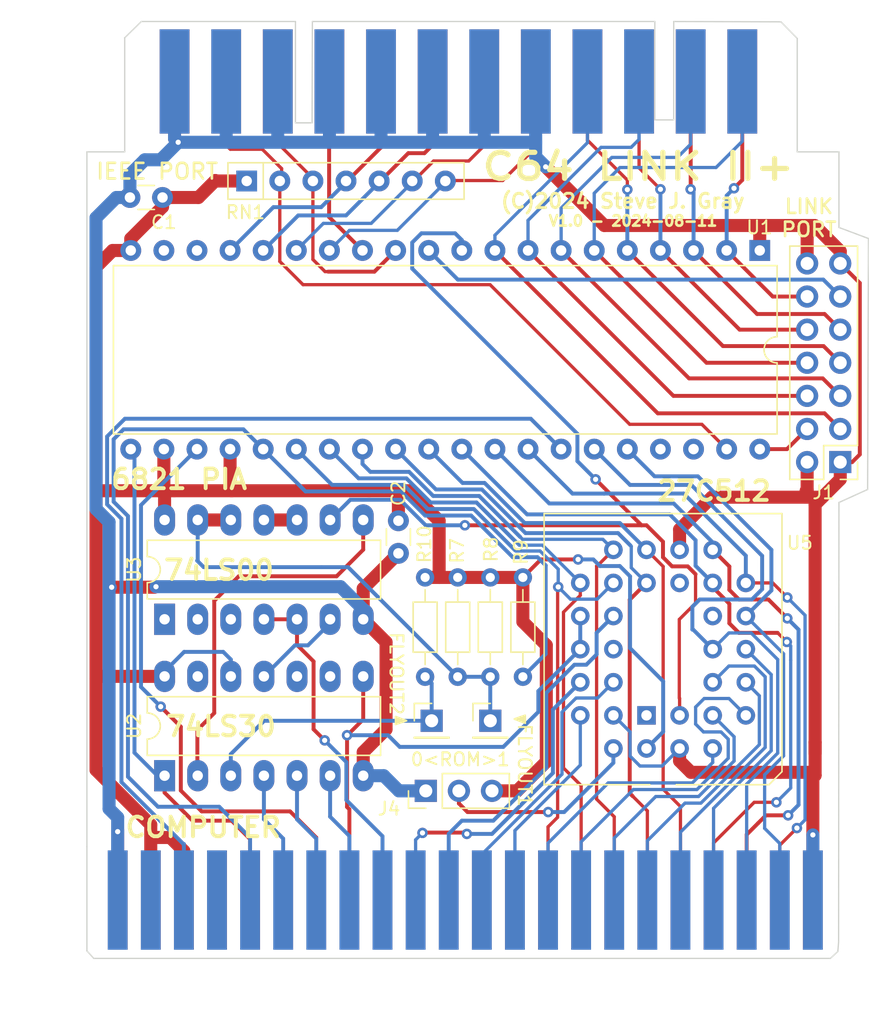
<source format=kicad_pcb>
(kicad_pcb (version 20240108) (generator "pcbnew") (generator_version "8.0")
  (layers (0 "F.Cu" signal) (31 "B.Cu" signal) (34 "B.Paste" user) (35 "F.Paste" user) (36 "B.SilkS" user "B.Silkscreen") (37 "F.SilkS" user "F.Silkscreen") (38 "B.Mask" user) (39 "F.Mask" user) (44 "Edge.Cuts" user))
  (net 0 "")
  (net 1 "GND")
  (net 14 "CA2")
  (net 15 "CA1")
  (net 19 "5V")
  (net 20 "D7")
  (net 21 "D6")
  (net 22 "D5")
  (net 23 "D4")
  (net 24 "D3")
  (net 25 "D2")
  (net 26 "D1")
  (net 27 "D0")
  (net 28 "A12")
  (net 29 "A11")
  (net 30 "A10")
  (net 31 "A9")
  (net 32 "A8")
  (net 33 "A7")
  (net 34 "A6")
  (net 35 "A5")
  (net 36 "A4")
  (net 37 "A3")
  (net 38 "A2")
  (net 39 "A1")
  (net 40 "A0")
  (net 41 "PA0")
  (net 42 "PA1")
  (net 43 "PA2")
  (net 44 "PA3")
  (net 45 "PA4")
  (net 46 "PA5")
  (net 47 "PA6")
  (net 48 "PB0")
  (net 49 "PB1")
  (net 50 "PB2")
  (net 51 "PB3")
  (net 52 "PB4")
  (net 53 "PB5")
  (net 54 "PB6")
  (net 55 "PB7")
  (net 56 "PA7")
  (net 57 "~{IRQ}")
  (net 58 "R{slash}~{W}")
  (net 59 "~{IO1}")
  (net 60 "~{GAME}")
  (net 61 "~{RESET}")
  (net 62 "A13")
  (net 63 "A15")
  (net 64 "A14")
  (net 65 "PHI2")
  (net 66 "Net-(U2-Pad2)")
  (net 68 "Net-(U2-Pad11)")
  (net 69 "Net-(U3-Pad10)")
  (net 70 "Net-(J2-Pin_1)")
  (net 71 "Net-(J3-Pin_1)")
  (net 75 "Net-(J4-Pin_2)")
  (footprint "Resistor_THT:R_Axial_DIN0204_L3.6mm_D1.6mm_P7.62mm_Horizontal" (layer "F.Cu") (at 149.25 88.25 -90)
    (property "Reference" "R10")
    (property "Value" "R" (hide yes))
  )
  (footprint "Package_DIP:DIP-14_W7.62mm_LongPads" (layer "F.Cu") (at 129.26 103.46 90)
    (property "Reference" "U2")
    (property "Value" "74LS30" (hide yes))
  )
  (footprint "Package_DIP:DIP-40_W15.24mm" (layer "F.Cu") (at 174.925 63.165 -90)
    (property "Reference" "U1")
    (property "Value" "MC68A21" (hide yes))
  )
  (footprint "c64cart:c64cartedge" (layer "F.Cu") (at 152.33 113)
    (property "Reference" "P1" (hide yes))
    (property "Value" "c64cartedge" (hide yes))
  )
  (footprint "Connector_PinHeader_2.54mm:PinHeader_1x03_P2.54mm_Vertical" (layer "F.Cu") (at 149.3012 104.6226 90)
    (property "Reference" "J4")
    (property "Value" "A13")
  )
  (footprint "Connector_PinHeader_2.54mm:PinHeader_1x01_P2.54mm_Vertical" (layer "F.Cu") (at 154.25 99.245)
    (property "Reference" "J3" (hide yes))
    (property "Value" "Flyout2" (hide yes))
  )
  (footprint "Capacitor_THT:C_Disc_D3.0mm_W1.6mm_P2.50mm" (layer "F.Cu") (at 129.1 59.1 180)
    (property "Reference" "C1")
    (property "Value" "C" (hide yes))
  )
  (footprint "Resistor_THT:R_Axial_DIN0204_L3.6mm_D1.6mm_P7.62mm_Horizontal" (layer "F.Cu") (at 151.75 88.25 -90)
    (property "Reference" "R7")
    (property "Value" "R" (hide yes))
  )
  (footprint "Resistor_THT:R_Array_SIP7" (layer "F.Cu") (at 135.5598 57.8358)
    (property "Reference" "RN1")
    (property "Value" "R_Network06" (hide yes))
  )
  (footprint "Connector_PinHeader_2.54mm:PinHeader_2x07_P2.54mm_Vertical" (layer "F.Cu") (at 181.1 79.4 180)
    (property "Reference" "J1")
    (property "Value" "Conn_02x07_Odd_Even" (hide yes))
  )
  (footprint "Package_LCC:PLCC-32_THT-Socket" (layer "F.Cu") (at 166.235 98.83 180)
    (property "Reference" "U5")
    (property "Value" "27C512PLCC")
  )
  (footprint "Capacitor_THT:C_Disc_D3.0mm_W1.6mm_P2.50mm" (layer "F.Cu") (at 147.2 83.9 -90)
    (property "Reference" "C2")
    (property "Value" "C")
  )
  (footprint "Connector_PinHeader_2.54mm:PinHeader_1x01_P2.54mm_Vertical" (layer "F.Cu") (at 149.75 99.245)
    (property "Reference" "J2" (hide yes))
    (property "Value" "Flyout1" (hide yes))
  )
  (footprint "Libs:petieee" (layer "F.Cu") (at 151.7894 44.2 180)
    (property "Reference" "CN1" (hide yes))
    (property "Value" "EDGE_CON_02x12" (hide yes))
  )
  (footprint "Resistor_THT:R_Axial_DIN0204_L3.6mm_D1.6mm_P7.62mm_Horizontal" (layer "F.Cu") (at 156.75 88.25 -90)
    (property "Reference" "R9")
    (property "Value" "R" (hide yes))
  )
  (footprint "Resistor_THT:R_Axial_DIN0204_L3.6mm_D1.6mm_P7.62mm_Horizontal" (layer "F.Cu") (at 154.25 88.25 -90)
    (property "Reference" "R8")
    (property "Value" "R" (hide yes))
  )
  (footprint "Package_DIP:DIP-14_W7.62mm_LongPads" (layer "F.Cu") (at 129.26 91.46 90)
    (property "Reference" "U3")
    (property "Value" "74LS00" (hide yes))
  )
  (gr_poly (pts (xy 147.8026 99.2378) (xy 146.9898 99.5172) (xy 146.9898 98.933)) (stroke (width 0.15)) (fill solid) (layer "F.SilkS"))
  (gr_poly (pts (xy 156.1084 99.1108) (xy 156.9212 98.8314) (xy 156.9212 99.4156)) (stroke (width 0.15)) (fill solid) (layer "F.SilkS"))
  (gr_line (start 123.3 116.9) (end 123.825 117.475) (stroke (width 0.1)) (layer "Edge.Cuts"))
  (gr_line (start 123.825 117.475) (end 180.34 117.475) (stroke (width 0.1)) (layer "Edge.Cuts"))
  (gr_line (start 168.325 53.15) (end 168.325 45.6) (stroke (width 0.1)) (layer "Edge.Cuts"))
  (gr_line (start 123.3 55.6) (end 126.2 55.6) (stroke (width 0.1)) (layer "Edge.Cuts"))
  (gr_line (start 127.475 45.6) (end 139.3 45.6) (stroke (width 0.1)) (layer "Edge.Cuts"))
  (gr_line (start 183.262742 62.248528) (end 181 61.4) (stroke (width 0.1)) (layer "Edge.Cuts"))
  (gr_line (start 183.262742 62.248528) (end 183.2 81.5) (stroke (width 0.1)) (layer "Edge.Cuts"))
  (gr_line (start 177.8 46.9) (end 177.8 55.6) (stroke (width 0.1)) (layer "Edge.Cuts"))
  (gr_line (start 139.3 45.6) (end 139.3 53.375) (stroke (width 0.1)) (layer "Edge.Cuts"))
  (gr_line (start 177.8 55.6) (end 181 55.6) (stroke (width 0.1)) (layer "Edge.Cuts"))
  (gr_line (start 166.875 53.15) (end 168.325 53.15) (stroke (width 0.1)) (layer "Edge.Cuts"))
  (gr_line (start 181 55.6) (end 181 61.4) (stroke (width 0.1)) (layer "Edge.Cuts"))
  (gr_line (start 123.3 55.6) (end 123.3 108.9) (stroke (width 0.1)) (layer "Edge.Cuts"))
  (gr_line (start 168.325 45.6) (end 176.55 45.625) (stroke (width 0.1)) (layer "Edge.Cuts"))
  (gr_line (start 176.55 45.625) (end 177.8 46.9) (stroke (width 0.1)) (layer "Edge.Cuts"))
  (gr_line (start 180.34 117.475) (end 180.915 116.95) (stroke (width 0.1)) (layer "Edge.Cuts"))
  (gr_line (start 180.915 116.95) (end 180.975 116.205) (stroke (width 0.1)) (layer "Edge.Cuts"))
  (gr_line (start 123.3 116.9) (end 123.3 108.9) (stroke (width 0.1)) (layer "Edge.Cuts"))
  (gr_line (start 166.875 45.6) (end 166.875 53.15) (stroke (width 0.1)) (layer "Edge.Cuts"))
  (gr_line (start 140.6 45.6) (end 166.875 45.6) (stroke (width 0.1)) (layer "Edge.Cuts"))
  (gr_line (start 139.3 53.375) (end 140.575 53.375) (stroke (width 0.1)) (layer "Edge.Cuts"))
  (gr_line (start 181 82.5) (end 183.2 81.5) (stroke (width 0.1)) (layer "Edge.Cuts"))
  (gr_line (start 126.2 46.85) (end 127.475 45.6) (stroke (width 0.1)) (layer "Edge.Cuts"))
  (gr_line (start 140.575 53.375) (end 140.6 45.6) (stroke (width 0.1)) (layer "Edge.Cuts"))
  (gr_line (start 126.2 55.6) (end 126.2 46.85) (stroke (width 0.1)) (layer "Edge.Cuts"))
  (gr_line (start 180.975 116.205) (end 181 82.5) (stroke (width 0.1)) (layer "Edge.Cuts"))
  (gr_text "0<ROM>1" (at 148.0566 102.7938 0) (layer "F.SilkS") (effects (font (size 1 1)) (justify left bottom)))
  (gr_text "6821 PIA" (at 125 81.6 0) (layer "F.SilkS") (effects (font (size 1.5 1.5) (thickness 0.3) (bold yes)) (justify left bottom)))
  (gr_text "FLYOUT2" (at 146.4564 92.3544 -90) (layer "F.SilkS") (effects (font (size 1 1)) (justify left bottom)))
  (gr_text "COMPUTER" (at 126.1 108.3 0) (layer "F.SilkS") (effects (font (size 1.5 1.5) (thickness 0.3) (bold yes)) (justify left bottom)))
  (gr_text "(C)2024 Steve J. Gray" (at 164.4142 60.0202 0) (layer "F.SilkS") (effects (font (size 1.1 1.1) (thickness 0.22) (bold yes)) (justify bottom)))
  (gr_text "FLYOUT1" (at 156.3116 99.3902 -90) (layer "F.SilkS") (effects (font (size 1 1)) (justify left bottom)))
  (gr_text "IEEE PORT" (at 123.9 57.8 0) (layer "F.SilkS") (effects (font (size 1.2 1.2) (thickness 0.2) (bold yes)) (justify left bottom)))
  (gr_text "74LS00" (at 129.0574 88.5698 0) (layer "F.SilkS") (effects (font (size 1.5 1.5) (thickness 0.3) (bold yes)) (justify left bottom)))
  (gr_text "74LS30" (at 129.2098 100.5586 0) (layer "F.SilkS") (effects (font (size 1.5 1.5) (thickness 0.3) (bold yes)) (justify left bottom)))
  (gr_text "V1.0 - 2024-08-11" (at 165.2016 61.3664 0) (layer "F.SilkS") (effects (font (size 0.8 0.8) (thickness 0.2) (bold yes)) (justify bottom)))
  (gr_text "27C512" (at 166.9 82.5 0) (layer "F.SilkS") (effects (font (size 1.5 1.5) (thickness 0.3) (bold yes)) (justify left bottom)))
  (gr_text "LINK\nPORT" (at 178.7 62.2 0) (layer "F.SilkS") (effects (font (size 1.1 1.1) (thickness 0.2) (bold yes)) (justify bottom)))
  (gr_text "C64 LINK II+" (at 153.4 57.9 0) (layer "F.SilkS") (effects (font (size 2 2.4) (thickness 0.4) (bold yes)) (justify left bottom)))
  (segment (start 174.9044 61.25) (end 178.5874 61.25) (width 1) (layer "F.Cu") (net 1))
  (segment (start 182.6 78.8168) (end 182.0168 79.4) (width 0.3) (layer "F.Cu") (net 1))
  (segment (start 146.2532 99.8982) (end 144.5 101.6514) (width 1) (layer "F.Cu") (net 1))
  (segment (start 128.5 89) (end 125.2 89) (width 1) (layer "F.Cu") (net 1))
  (segment (start 144.5 91.46) (end 146.2532 93.2132) (width 1) (layer "F.Cu") (net 1))
  (segment (start 179.1716 101.7716) (end 179.1716 100.8888) (width 1) (layer "F.Cu") (net 1))
  (segment (start 176.53 103.2) (end 178.9432 103.2) (width 1) (layer "F.Cu") (net 1))
  (segment (start 144.5 91.46) (end 144.5 89.1) (width 1) (layer "F.Cu") (net 1))
  (segment (start 130.025 54.587) (end 130.025 50.2) (width 1) (layer "F.Cu") (net 1))
  (segment (start 182.6 65.66) (end 182.6 78.8168) (width 0.3) (layer "F.Cu") (net 1))
  (segment (start 158.5 56.75) (end 163 61.25) (width 1) (layer "F.Cu") (net 1))
  (segment (start 178.4858 81.6102) (end 178.56 81.536) (width 1) (layer "F.Cu") (net 1))
  (segment (start 181.1 64.16) (end 182.6 65.66) (width 0.3) (layer "F.Cu") (net 1))
  (segment (start 179 108) (end 179 103.6) (width 1) (layer "F.Cu") (net 1))
  (segment (start 179.7304 82.0928) (end 181.1 80.7232) (width 1) (layer "F.Cu") (net 1))
  (segment (start 125.66 107.66) (end 125.66 107.75) (width 0.3) (layer "F.Cu") (net 1))
  (segment (start 179.1314 61.25) (end 181.1 63.2186) (width 1) (layer "F.Cu") (net 1))
  (segment (start 168.775 102.3286) (end 168.775 101.37) (width 1) (layer "F.Cu") (net 1))
  (segment (start 178.56 61.2774) (end 178.5874 61.25) (width 1) (layer "F.Cu") (net 1))
  (segment (start 181.1 63.2186) (end 181.1 64.16) (width 1) (layer "F.Cu") (net 1))
  (segment (start 174.925 61.2706) (end 174.925 63.165) (width 1) (layer "F.Cu") (net 1))
  (segment (start 178.56 81.536) (end 178.56 79.4) (width 1) (layer "F.Cu") (net 1))
  (segment (start 174.9044 61.25) (end 174.925 61.2706) (width 1) (layer "F.Cu") (net 1))
  (segment (start 178.5874 61.25) (end 179.1314 61.25) (width 1) (layer "F.Cu") (net 1))
  (segment (start 179.1716 100.8888) (end 179.1716 82.6516) (width 1) (layer "F.Cu") (net 1))
  (segment (start 181.1 80.7232) (end 181.1 79.4) (width 1) (layer "F.Cu") (net 1))
  (segment (start 144.5 101.6514) (end 144.5 103.46) (width 1) (layer "F.Cu") (net 1))
  (segment (start 168.775 84.5646) (end 171.2468 82.0928) (width 1) (layer "F.Cu") (net 1))
  (segment (start 178.4858 82.0928) (end 178.4858 81.6102) (width 1) (layer "F.Cu") (net 1))
  (segment (start 146.2532 93.2132) (end 146.2532 99.8982) (width 1) (layer "F.Cu") (net 1))
  (segment (start 179.1716 82.6516) (end 179.7304 82.0928) (width 1) (layer "F.Cu") (net 1))
  (segment (start 178.56 64.16) (end 178.56 61.2774) (width 1) (layer "F.Cu") (net 1))
  (segment (start 168.775 86.13) (end 168.775 84.5646) (width 1) (layer "F.Cu") (net 1))
  (segment (start 174.3054 61.25) (end 174.9044 61.25) (width 1) (layer "F.Cu") (net 1))
  (segment (start 163 61.25) (end 174.3054 61.25) (width 1) (layer "F.Cu") (net 1))
  (segment (start 171.2468 82.0928) (end 178.4858 82.0928) (width 1) (layer "F.Cu") (net 1))
  (segment (start 144.5 89.1) (end 147.2 86.4) (width 1) (layer "F.Cu") (net 1))
  (segment (start 176.53 103.2) (end 169.6464 103.2) (width 1) (layer "F.Cu") (net 1))
  (segment (start 179.1716 100.8888) (end 179.1716 103.4284) (width 1) (layer "F.Cu") (net 1))
  (segment (start 130.302 54.864) (end 130.025 54.587) (width 1) (layer "F.Cu") (net 1))
  (segment (start 182.0168 79.4) (end 181.1 79.4) (width 0.3) (layer "F.Cu") (net 1))
  (segment (start 179.1716 103.4284) (end 179 103.6) (width 1) (layer "F.Cu") (net 1))
  (segment (start 169.6464 103.2) (end 168.775 102.3286) (width 1) (layer "F.Cu") (net 1))
  (segment (start 178.9432 103.2) (end 179.1716 103.4284) (width 1) (layer "F.Cu") (net 1))
  (segment (start 125.66 107.66) (end 125.66 113) (width 1) (layer "F.Cu") (net 1))
  (segment (start 178.4858 82.0928) (end 179.7304 82.0928) (width 1) (layer "F.Cu") (net 1))
  (segment (start 179 113) (end 179 108) (width 1) (layer "F.Cu") (net 1))
  (via (at 125.2 89) (size 0.8) (drill 0.4) (layers "F.Cu" "B.Cu") (net 1))
  (via (at 179 108) (size 0.8) (drill 0.4) (layers "F.Cu" "B.Cu") (net 1))
  (via (at 158.5 56.75) (size 0.8) (drill 0.4) (layers "F.Cu" "B.Cu") (net 1))
  (via (at 130.302 54.864) (size 0.8) (drill 0.4) (layers "F.Cu" "B.Cu") (net 1))
  (via (at 128.6 88.96) (size 0.8) (drill 0.4) (layers "F.Cu" "B.Cu") (net 1))
  (via (at 125.66 107.75) (size 0.8) (drill 0.4) (layers "F.Cu" "B.Cu") (net 1))
  (segment (start 179 113) (end 179 108) (width 1) (layer "B.Cu") (net 1))
  (segment (start 145.865 50.2) (end 145.865 54.679) (width 1) (layer "B.Cu") (net 1))
  (segment (start 153.785 50.2) (end 153.785 54.725) (width 1) (layer "B.Cu") (net 1))
  (segment (start 125.66 107.75) (end 125.66 106.66) (width 1) (layer "B.Cu") (net 1))
  (segment (start 167.4274 102.7176) (end 168.775 101.37) (width 0.25) (layer "B.Cu") (net 1))
  (segment (start 128.6 88.96) (end 142.76 88.96) (width 1) (layer "B.Cu") (net 1))
  (segment (start 146.0754 103.46) (end 147.238 104.6226) (width 1) (layer "B.Cu") (net 1))
  (segment (start 149.825 50.2) (end 149.825 54.829) (width 1) (layer "B.Cu") (net 1))
  (segment (start 163.695 98.83) (end 163.7016 98.83) (width 0.25) (layer "B.Cu") (net 1))
  (segment (start 157.734 54.864) (end 157.734 50.211) (width 1) (layer "B.Cu") (net 1))
  (segment (start 128.9558 56.2102) (end 127.7366 56.2102) (width 1) (layer "B.Cu") (net 1))
  (segment (start 130.025 54.587) (end 130.025 50.2) (width 1) (layer "B.Cu") (net 1))
  (segment (start 127.7366 56.2102) (end 126.6 57.3468) (width 1) (layer "B.Cu") (net 1))
  (segment (start 124 60.658) (end 125.558 59.1) (width 1) (layer "B.Cu") (net 1))
  (segment (start 144.5 90.7) (end 144.5 91.46) (width 1) (layer "B.Cu") (net 1))
  (segment (start 130.302 54.864) (end 130.025 54.587) (width 1) (layer "B.Cu") (net 1))
  (segment (start 168.775 101.37) (end 169.27 101.37) (width 0.3) (layer "B.Cu") (net 1))
  (segment (start 126.6 57.3468) (end 126.6 59.1) (width 1) (layer "B.Cu") (net 1))
  (segment (start 163.7016 98.83) (end 164.973 100.1014) (width 0.25) (layer "B.Cu") (net 1))
  (segment (start 157.734 54.864) (end 130.302 54.864) (width 1) (layer "B.Cu") (net 1))
  (segment (start 125 84) (end 124 83) (width 1) (layer "B.Cu") (net 1))
  (segment (start 141.905 50.2) (end 141.905 54.783) (width 1) (layer "B.Cu") (net 1))
  (segment (start 164.973 100.1014) (end 164.973 101.9556) (width 0.25) (layer "B.Cu") (net 1))
  (segment (start 137.945 50.2) (end 137.945 54.633) (width 1) (layer "B.Cu") (net 1))
  (segment (start 142.76 88.96) (end 144.5 90.7) (width 1) (layer "B.Cu") (net 1))
  (segment (start 165.735 102.7176) (end 167.4274 102.7176) (width 0.25) (layer "B.Cu") (net 1))
  (segment (start 125.66 106.66) (end 125 106) (width 1) (layer "B.Cu") (net 1))
  (segment (start 157.734 55.984) (end 158.5 56.75) (width 1) (layer "B.Cu") (net 1))
  (segment (start 146.0754 103.46) (end 144.5 103.46) (width 1) (layer "B.Cu") (net 1))
  (segment (start 125 106) (end 125 84) (width 1) (layer "B.Cu") (net 1))
  (segment (start 130.302 54.864) (end 128.9558 56.2102) (width 1) (layer "B.Cu") (net 1))
  (segment (start 164.973 101.9556) (end 165.735 102.7176) (width 0.25) (layer "B.Cu") (net 1))
  (segment (start 124 83) (end 124 60.658) (width 1) (layer "B.Cu") (net 1))
  (segment (start 125.66 113) (end 125.66 107.75) (width 1) (layer "B.Cu") (net 1))
  (segment (start 125.558 59.1) (end 126.6 59.1) (width 1) (layer "B.Cu") (net 1))
  (segment (start 133.985 50.2) (end 133.985 54.737) (width 1) (layer "B.Cu") (net 1))
  (segment (start 157.734 54.864) (end 157.734 55.984) (width 1) (layer "B.Cu") (net 1))
  (segment (start 147.238 104.6226) (end 149.3012 104.6226) (width 1) (layer "B.Cu") (net 1))
  (segment (start 138.0998 64.008) (end 139.8818 65.79) (width 0.25) (layer "F.Cu") (net 14))
  (segment (start 133.985 50.2) (end 133.985 55.085) (width 0.25) (layer "F.Cu") (net 14))
  (segment (start 134.3 55.4) (end 136.7562 55.4) (width 0.25) (layer "F.Cu") (net 14))
  (segment (start 138.24 56.8838) (end 138.24 57.8) (width 0.25) (layer "F.Cu") (net 14))
  (segment (start 154.2328 65.79) (end 164.9428 76.5) (width 0.25) (layer "F.Cu") (net 14))
  (segment (start 164.9428 76.5) (end 170.48 76.5) (width 0.25) (layer "F.Cu") (net 14))
  (segment (start 139.8818 65.79) (end 154.2328 65.79) (width 0.25) (layer "F.Cu") (net 14))
  (segment (start 136.7562 55.4) (end 138.24 56.8838) (width 0.25) (layer "F.Cu") (net 14))
  (segment (start 133.985 55.085) (end 134.3 55.4) (width 0.25) (layer "F.Cu") (net 14))
  (segment (start 170.48 76.5) (end 172.385 78.405) (width 0.25) (layer "F.Cu") (net 14))
  (segment (start 138.0998 57.9402) (end 138.0998 64.008) (width 0.25) (layer "F.Cu") (net 14))
  (segment (start 138.24 57.8) (end 138.0998 57.9402) (width 0.25) (layer "F.Cu") (net 14))
  (segment (start 177.015 78.405) (end 178.56 76.86) (width 0.3) (layer "F.Cu") (net 15))
  (segment (start 174.925 78.405) (end 177.015 78.405) (width 0.3) (layer "F.Cu") (net 15))
  (segment (start 124.0102 81.6) (end 124 81.6102) (width 1) (layer "F.Cu") (net 19))
  (segment (start 130 81.6) (end 129.1336 81.6) (width 1) (layer "F.Cu") (net 19))
  (segment (start 133.193 57.8358) (end 135.5598 57.8358) (width 1) (layer "F.Cu") (net 19))
  (segment (start 134.4 81.6) (end 144.9578 81.6) (width 1) (layer "F.Cu") (net 19))
  (segment (start 158.5468 93.4466) (end 156.75 91.6498) (width 1) (layer "F.Cu") (net 19))
  (segment (start 129.26 81.7264) (end 129.26 83.84) (width 1) (layer "F.Cu") (net 19))
  (segment (start 124 96) (end 124 84) (width 1) (layer "F.Cu") (net 19))
  (segment (start 130 81.6) (end 134.4 81.6) (width 1) (layer "F.Cu") (net 19))
  (segment (start 124 103.0196) (end 124 96) (width 1) (layer "F.Cu") (net 19))
  (segment (start 150.325 88.2324) (end 150.3426 88.25) (width 1) (layer "F.Cu") (net 19))
  (segment (start 134.4 81.6) (end 134.285 81.485) (width 1) (layer "F.Cu") (net 19))
  (segment (start 124 81.6102) (end 124 84) (width 1) (layer "F.Cu") (net 19))
  (segment (start 124 64.4398) (end 124 81.6102) (width 1) (layer "F.Cu") (net 19))
  (segment (start 154.25 88.25) (end 156.75 88.25) (width 1) (layer "F.Cu") (net 19))
  (segment (start 158.132 86.868) (end 156.75 88.25) (width 0.3) (layer "F.Cu") (net 19))
  (segment (start 150.3426 88.25) (end 151.75 88.25) (width 1) (layer "F.Cu") (net 19))
  (segment (start 158.5468 99.7458) (end 158.5468 102.3874) (width 1) (layer "F.Cu") (net 19))
  (segment (start 150.325 83.8884) (end 150.3134 83.9) (width 1) (layer "F.Cu") (net 19))
  (segment (start 150.3134 83.9) (end 148.0134 81.6) (width 1) (layer "F.Cu") (net 19))
  (segment (start 129.205 81.5286) (end 129.205 78.405) (width 1) (layer "F.Cu") (net 19))
  (segment (start 128.2 108.2) (end 129.7 108.2) (width 1) (layer "F.Cu") (net 19))
  (segment (start 124.16 95.84) (end 129.26 95.84) (width 1) (layer "F.Cu") (net 19))
  (segment (start 129.1 59.8252) (end 126.665 62.2602) (width 1) (layer "F.Cu") (net 19))
  (segment (start 134.285 81.485) (end 134.285 78.405) (width 1) (layer "F.Cu") (net 19))
  (segment (start 151.75 88.25) (end 154.25 88.25) (width 1) (layer "F.Cu") (net 19))
  (segment (start 124 96) (end 124.16 95.84) (width 1) (layer "F.Cu") (net 19))
  (segment (start 128.2 107.2196) (end 124 103.0196) (width 1) (layer "F.Cu") (net 19))
  (segment (start 126.665 62.2602) (end 126.665 63.165) (width 1) (layer "F.Cu") (net 19))
  (segment (start 147.2 81.72) (end 147.32 81.6) (width 1) (layer "F.Cu") (net 19))
  (segment (start 156.2608 104.6226) (end 154.3812 104.6226) (width 1) (layer "F.Cu") (net 19))
  (segment (start 160.9852 86.868) (end 158.132 86.868) (width 0.3) (layer "F.Cu") (net 19))
  (segment (start 158.5468 102.3874) (end 156.2862 104.648) (width 1) (layer "F.Cu") (net 19))
  (segment (start 158.5468 100.457) (end 158.5468 99.7458) (width 1) (layer "F.Cu") (net 19))
  (segment (start 156.2862 104.648) (end 156.2608 104.6226) (width 1) (layer "F.Cu") (net 19))
  (segment (start 147.2 83.9) (end 147.2 81.72) (width 1) (layer "F.Cu") (net 19))
  (segment (start 158.5468 99.7458) (end 158.5468 93.4466) (width 1) (layer "F.Cu") (net 19))
  (segment (start 129.1 59.1) (end 129.1 59.8252) (width 1) (layer "F.Cu") (net 19))
  (segment (start 148.0134 81.6) (end 147.32 81.6) (width 1) (layer "F.Cu") (net 19))
  (segment (start 129.1336 81.6) (end 124.0102 81.6) (width 1) (layer "F.Cu") (net 19))
  (segment (start 125.2748 63.165) (end 124 64.4398) (width 1) (layer "F.Cu") (net 19))
  (segment (start 150.325 83.8884) (end 150.325 88.2324) (width 1) (layer "F.Cu") (net 19))
  (segment (start 128.2 108.2) (end 128.2 107.2196) (width 1) (layer "F.Cu") (net 19))
  (segment (start 126.665 63.165) (end 125.2748 63.165) (width 1) (layer "F.Cu") (net 19))
  (segment (start 131.8572 59.1) (end 129.1 59.1) (width 1) (layer "F.Cu") (net 19))
  (segment (start 156.75 91.6498) (end 156.75 88.25) (width 1) (layer "F.Cu") (net 19))
  (segment (start 129.1336 81.6) (end 129.26 81.7264) (width 1) (layer "F.Cu") (net 19))
  (segment (start 130.74 109.24) (end 130.74 113) (width 1) (layer "F.Cu") (net 19))
  (segment (start 129.1336 81.6) (end 129.205 81.5286) (width 1) (layer "F.Cu") (net 19))
  (segment (start 144.9578 81.6) (end 147.32 81.6) (width 1) (layer "F.Cu") (net 19))
  (segment (start 128.2 113) (end 128.2 108.2) (width 1) (layer "F.Cu") (net 19))
  (segment (start 133.1572 57.8) (end 133.193 57.8358) (width 1) (layer "F.Cu") (net 19))
  (segment (start 133.1572 57.8) (end 131.8572 59.1) (width 1) (layer "F.Cu") (net 19))
  (segment (start 129.7 108.2) (end 130.74 109.24) (width 1) (layer "F.Cu") (net 19))
  (segment (start 149.25 88.25) (end 150.3426 88.25) (width 1) (layer "F.Cu") (net 19))
  (via (at 160.9852 86.868) (size 0.8) (drill 0.4) (layers "F.Cu" "B.Cu") (net 19))
  (segment (start 164.1856 87.376) (end 164.973 88.1634) (width 0.3) (layer "B.Cu") (net 19))
  (segment (start 164.973 88.1634) (end 164.973 93.6752) (width 0.3) (layer "B.Cu") (net 19))
  (segment (start 134.34 94.54) (end 133.76 93.96) (width 0.3) (layer "B.Cu") (net 19))
  (segment (start 160.9852 86.868) (end 162.1536 86.868) (width 0.3) (layer "B.Cu") (net 19))
  (segment (start 133.76 93.96) (end 130.76 93.96) (width 0.3) (layer "B.Cu") (net 19))
  (segment (start 129.26 95.46) (end 129.26 95.84) (width 0.3) (layer "B.Cu") (net 19))
  (segment (start 164.973 93.6752) (end 167.513 96.2152) (width 0.3) (layer "B.Cu") (net 19))
  (segment (start 130.76 93.96) (end 129.26 95.46) (width 0.3) (layer "B.Cu") (net 19))
  (segment (start 134.34 95.84) (end 134.34 94.54) (width 0.3) (layer "B.Cu") (net 19))
  (segment (start 167.513 96.2152) (end 167.513 100.092) (width 0.3) (layer "B.Cu") (net 19))
  (segment (start 167.513 100.092) (end 166.235 101.37) (width 0.3) (layer "B.Cu") (net 19))
  (segment (start 162.6616 87.376) (end 164.1856 87.376) (width 0.3) (layer "B.Cu") (net 19))
  (segment (start 162.1536 86.868) (end 162.6616 87.376) (width 0.3) (layer "B.Cu") (net 19))
  (segment (start 159.4176 106.6474) (end 158.68 107.385) (width 0.25) (layer "F.Cu") (net 20))
  (segment (start 158.68 107.385) (end 158.68 113) (width 0.25) (layer "F.Cu") (net 20))
  (segment (start 159.4176 89.0198) (end 159.4176 106.6474) (width 0.25) (layer "F.Cu") (net 20))
  (segment (start 159.4612 88.9762) (end 159.4176 89.0198) (width 0.25) (layer "F.Cu") (net 20))
  (via (at 159.4612 88.9762) (size 0.8) (drill 0.4) (layers "F.Cu" "B.Cu") (net 20))
  (segment (start 159.4612 88.9762) (end 160.401 89.916) (width 0.25) (layer "B.Cu") (net 20))
  (segment (start 142.11 81.15) (end 147.608682 81.15) (width 0.3) (layer "B.Cu") (net 20))
  (segment (start 162.449 89.916) (end 163.695 88.67) (width 0.25) (layer "B.Cu") (net 20))
  (segment (start 159.4612 88.9762) (end 159.4612 87.612596) (width 0.25) (layer "B.Cu") (net 20))
  (segment (start 152.984925 83) (end 156.142462 86.157538) (width 0.3) (layer "B.Cu") (net 20))
  (segment (start 160.401 89.916) (end 162.449 89.916) (width 0.25) (layer "B.Cu") (net 20))
  (segment (start 156.206803 86.221879) (end 156.142462 86.157538) (width 0.25) (layer "B.Cu") (net 20))
  (segment (start 158.070483 86.221879) (end 156.206803 86.221879) (width 0.25) (layer "B.Cu") (net 20))
  (segment (start 149.458682 83) (end 152.984925 83) (width 0.3) (layer "B.Cu") (net 20))
  (segment (start 159.4612 87.612596) (end 158.070483 86.221879) (width 0.25) (layer "B.Cu") (net 20))
  (segment (start 147.608682 81.15) (end 149.458682 83) (width 0.3) (layer "B.Cu") (net 20))
  (segment (start 139.365 78.405) (end 142.11 81.15) (width 0.3) (layer "B.Cu") (net 20))
  (segment (start 161.155 89.625305) (end 161.155 88.67) (width 0.25) (layer "F.Cu") (net 21))
  (segment (start 159.8676 102.8676) (end 159.8676 90.912705) (width 0.25) (layer "F.Cu") (net 21))
  (segment (start 161.22 113) (end 161.22 104.22) (width 0.25) (layer "F.Cu") (net 21))
  (segment (start 161.22 104.22) (end 159.8676 102.8676) (width 0.25) (layer "F.Cu") (net 21))
  (segment (start 159.8676 90.912705) (end 161.155 89.625305) (width 0.25) (layer "F.Cu") (net 21))
  (segment (start 158.256879 85.771879) (end 156.463911 85.771879) (width 0.25) (layer "B.Cu") (net 21))
  (segment (start 149.665788 82.5) (end 153.192032 82.5) (width 0.3) (layer "B.Cu") (net 21))
  (segment (start 147.815788 80.65) (end 149.665788 82.5) (width 0.3) (layer "B.Cu") (net 21))
  (segment (start 141.905 78.405) (end 144.15 80.65) (width 0.3) (layer "B.Cu") (net 21))
  (segment (start 153.192032 82.5) (end 156.196016 85.503984) (width 0.3) (layer "B.Cu") (net 21))
  (segment (start 161.155 88.67) (end 158.256879 85.771879) (width 0.25) (layer "B.Cu") (net 21))
  (segment (start 144.15 80.65) (end 147.815788 80.65) (width 0.3) (layer "B.Cu") (net 21))
  (segment (start 156.463911 85.771879) (end 156.196016 85.503984) (width 0.25) (layer "B.Cu") (net 21))
  (segment (start 162.433 87.3506) (end 162.4076 87.376) (width 0.25) (layer "F.Cu") (net 22))
  (segment (start 162.4076 87.376) (end 162.4076 105.2576) (width 0.25) (layer "F.Cu") (net 22))
  (segment (start 163.695 86.13) (end 162.4744 87.3506) (width 0.25) (layer "F.Cu") (net 22))
  (segment (start 162.4744 87.3506) (end 162.433 87.3506) (width 0.25) (layer "F.Cu") (net 22))
  (segment (start 162.4076 105.2576) (end 163.76 106.61) (width 0.25) (layer "F.Cu") (net 22))
  (segment (start 163.76 106.61) (end 163.76 113) (width 0.25) (layer "F.Cu") (net 22))
  (segment (start 145.05 80.15) (end 148.022894 80.15) (width 0.3) (layer "B.Cu") (net 22))
  (segment (start 149.872894 82) (end 153.399139 82) (width 0.3) (layer "B.Cu") (net 22))
  (segment (start 144.445 79.545) (end 145.05 80.15) (width 0.3) (layer "B.Cu") (net 22))
  (segment (start 153.399139 82) (end 156.549569 85.150431) (width 0.3) (layer "B.Cu") (net 22))
  (segment (start 148.022894 80.15) (end 149.872894 82) (width 0.3) (layer "B.Cu") (net 22))
  (segment (start 144.445 78.405) (end 144.445 79.545) (width 0.3) (layer "B.Cu") (net 22))
  (segment (start 162.886879 85.321879) (end 156.721017 85.321879) (width 0.25) (layer "B.Cu") (net 22))
  (segment (start 156.721017 85.321879) (end 156.549569 85.150431) (width 0.25) (layer "B.Cu") (net 22))
  (segment (start 163.695 86.13) (end 162.886879 85.321879) (width 0.25) (layer "B.Cu") (net 22))
  (segment (start 165.1738 105.029) (end 166.3 106.1552) (width 0.25) (layer "F.Cu") (net 23))
  (segment (start 164.9476 89.9574) (end 166.235 88.67) (width 0.3) (layer "F.Cu") (net 23))
  (segment (start 165.1738 105.029) (end 164.9476 104.8028) (width 0.3) (layer "F.Cu") (net 23))
  (segment (start 166.3 106.1552) (end 166.3 113) (width 0.25) (layer "F.Cu") (net 23))
  (segment (start 164.9476 104.8028) (end 164.9476 89.9574) (width 0.3) (layer "F.Cu") (net 23))
  (segment (start 164.051879 84.846879) (end 165.005 85.8) (width 0.3) (layer "B.Cu") (net 23))
  (segment (start 146.985 78.405) (end 150.08 81.5) (width 0.3) (layer "B.Cu") (net 23))
  (segment (start 156.953122 84.846876) (end 156.953122 84.846879) (width 0.3) (layer "B.Cu") (net 23))
  (segment (start 166.235 88.67) (end 165.065 87.5) (width 0.25) (layer "B.Cu") (net 23))
  (segment (start 165.065 87.5) (end 165.065 85.86) (width 0.25) (layer "B.Cu") (net 23))
  (segment (start 150.08 81.5) (end 153.606246 81.5) (width 0.3) (layer "B.Cu") (net 23))
  (segment (start 156.953122 84.846879) (end 164.051879 84.846879) (width 0.3) (layer "B.Cu") (net 23))
  (segment (start 165.065 85.86) (end 165.005 85.8) (width 0.25) (layer "B.Cu") (net 23))
  (segment (start 153.606246 81.5) (end 156.953122 84.846876) (width 0.3) (layer "B.Cu") (net 23))
  (segment (start 166.235 86.13) (end 167.513 87.408) (width 0.25) (layer "F.Cu") (net 24))
  (segment (start 168.84 105.8226) (end 168.84 113) (width 0.25) (layer "F.Cu") (net 24))
  (segment (start 167.513 87.408) (end 167.513 104.4956) (width 0.25) (layer "F.Cu") (net 24))
  (segment (start 167.513 104.4956) (end 168.84 105.8226) (width 0.25) (layer "F.Cu") (net 24))
  (segment (start 153.813352 81) (end 156.887352 84.074) (width 0.3) (layer "B.Cu") (net 24))
  (segment (start 164.305 84.2) (end 166.235 86.13) (width 0.3) (layer "B.Cu") (net 24))
  (segment (start 152.12 81) (end 153.813352 81) (width 0.3) (layer "B.Cu") (net 24))
  (segment (start 156.887352 84.074) (end 164.1856 84.074) (width 0.3) (layer "B.Cu") (net 24))
  (segment (start 149.525 78.405) (end 152.12 81) (width 0.3) (layer "B.Cu") (net 24))
  (segment (start 164.305 84.1934) (end 164.305 84.2) (width 0.3) (layer "B.Cu") (net 24))
  (segment (start 164.1856 84.074) (end 164.305 84.1934) (width 0.3) (layer "B.Cu") (net 24))
  (segment (start 171.315 88.67) (end 171.315 88.9936) (width 0.3) (layer "F.Cu") (net 25))
  (segment (start 177 93.2) (end 176.3 92.5) (width 0.25) (layer "F.Cu") (net 25))
  (segment (start 171.38 113) (end 171.38 108.62) (width 0.25) (layer "F.Cu") (net 25))
  (segment (start 171.7 108.3) (end 172.025 107.975) (width 0.25) (layer "F.Cu") (net 25))
  (segment (start 172.593 90.2716) (end 172.593 91.7702) (width 0.3) (layer "F.Cu") (net 25))
  (segment (start 172.025 107.975) (end 174.5 105.5) (width 0.25) (layer "F.Cu") (net 25))
  (segment (start 171.315 88.9936) (end 172.593 90.2716) (width 0.3) (layer "F.Cu") (net 25))
  (segment (start 174.5 105.5) (end 176.2 105.5) (width 0.25) (layer "F.Cu") (net 25))
  (segment (start 172.593 91.7702) (end 173.3228 92.5) (width 0.3) (layer "F.Cu") (net 25))
  (segment (start 173.3228 92.5) (end 176.3 92.5) (width 0.3) (layer "F.Cu") (net 25))
  (segment (start 171.38 108.62) (end 171.7 108.3) (width 0.25) (layer "F.Cu") (net 25))
  (via (at 176.2 105.5) (size 0.8) (drill 0.4) (layers "F.Cu" "B.Cu") (net 25))
  (via (at 177 93.2) (size 0.8) (drill 0.4) (layers "F.Cu" "B.Cu") (net 25))
  (segment (start 177.3 94.6) (end 177.3 93.5) (width 0.25) (layer "B.Cu") (net 25))
  (segment (start 152.065 78.405) (end 157.0736 83.4136) (width 0.3) (layer "B.Cu") (net 25))
  (segment (start 176.2 105.5) (end 177.3 104.4) (width 0.25) (layer "B.Cu") (net 25))
  (segment (start 170 87.355) (end 170.7725 88.1275) (width 0.3) (layer "B.Cu") (net 25))
  (segment (start 177.3 93.5) (end 177 93.2) (width 0.25) (layer "B.Cu") (net 25))
  (segment (start 170 85.3926) (end 170 87.355) (width 0.3) (layer "B.Cu") (net 25))
  (segment (start 171.315 88.67) (end 170.7725 88.1275) (width 0.25) (layer "B.Cu") (net 25))
  (segment (start 157.0736 83.4136) (end 168.021 83.4136) (width 0.3) (layer "B.Cu") (net 25))
  (segment (start 168.021 83.4136) (end 170 85.3926) (width 0.3) (layer "B.Cu") (net 25))
  (segment (start 177.3 104.4) (end 177.3 94.6) (width 0.25) (layer "B.Cu") (net 25))
  (segment (start 172.593 89.2048) (end 172.593 87.408) (width 0.3) (layer "F.Cu") (net 26))
  (segment (start 173.92 113) (end 173.92 107.98) (width 0.3) (layer "F.Cu") (net 26))
  (segment (start 173.3296 89.9414) (end 172.593 89.2048) (width 0.3) (layer "F.Cu") (net 26))
  (segment (start 174.8 107.1) (end 175.4 106.5) (width 0.3) (layer "F.Cu") (net 26))
  (segment (start 172.593 87.408) (end 171.315 86.13) (width 0.3) (layer "F.Cu") (net 26))
  (segment (start 173.92 107.98) (end 174.8 107.1) (width 0.3) (layer "F.Cu") (net 26))
  (segment (start 175.4 106.5) (end 177.1 106.5) (width 0.3) (layer "F.Cu") (net 26))
  (segment (start 175.5902 89.9414) (end 173.3296 89.9414) (width 0.3) (layer "F.Cu") (net 26))
  (segment (start 177.038 91.3892) (end 175.5902 89.9414) (width 0.3) (layer "F.Cu") (net 26))
  (via (at 177.1 106.5) (size 0.8) (drill 0.4) (layers "F.Cu" "B.Cu") (net 26))
  (via (at 177.038 91.3892) (size 0.8) (drill 0.4) (layers "F.Cu" "B.Cu") (net 26))
  (segment (start 154.605 78.405) (end 158.7754 82.5754) (width 0.3) (layer "B.Cu") (net 26))
  (segment (start 177.038 91.3892) (end 177.9 92.2512) (width 0.3) (layer "B.Cu") (net 26))
  (segment (start 177.9 105.7) (end 177.1 106.5) (width 0.3) (layer "B.Cu") (net 26))
  (segment (start 177.9 92.2512) (end 177.9 105.7) (width 0.3) (layer "B.Cu") (net 26))
  (segment (start 171.315 85.5646) (end 171.315 86.13) (width 0.3) (layer "B.Cu") (net 26))
  (segment (start 168.3258 82.5754) (end 171.315 85.5646) (width 0.3) (layer "B.Cu") (net 26))
  (segment (start 158.7754 82.5754) (end 168.3258 82.5754) (width 0.3) (layer "B.Cu") (net 26))
  (segment (start 176.46 108.79) (end 177.775 107.475) (width 0.25) (layer "F.Cu") (net 27))
  (segment (start 176.46 113) (end 176.46 108.79) (width 0.25) (layer "F.Cu") (net 27))
  (segment (start 177.0385 89.7885) (end 175.92 88.67) (width 0.25) (layer "F.Cu") (net 27))
  (segment (start 175.92 88.67) (end 173.855 88.67) (width 0.25) (layer "F.Cu") (net 27))
  (via (at 177.0385 89.7885) (size 0.8) (drill 0.4) (layers "F.Cu" "B.Cu") (net 27))
  (via (at 177.775 107.475) (size 0.8) (drill 0.4) (layers "F.Cu" "B.Cu") (net 27))
  (segment (start 178.4 91.15) (end 178.4 106.85) (width 0.25) (layer "B.Cu") (net 27))
  (segment (start 178.4 106.85) (end 177.775 107.475) (width 0.25) (layer "B.Cu") (net 27))
  (segment (start 162.982743 81.816318) (end 162.985661 81.8134) (width 0.3) (layer "B.Cu") (net 27))
  (segment (start 177.0385 89.7885) (end 178.4 91.15) (width 0.25) (layer "B.Cu") (net 27))
  (segment (start 173.855 86.5806) (end 173.855 88.67) (width 0.3) (layer "B.Cu") (net 27))
  (segment (start 169.0878 81.8134) (end 173.855 86.5806) (width 0.3) (layer "B.Cu") (net 27))
  (segment (start 157.145 78.405) (end 160.556318 81.816318) (width 0.3) (layer "B.Cu") (net 27))
  (segment (start 162.985661 81.8134) (end 169.0878 81.8134) (width 0.3) (layer "B.Cu") (net 27))
  (segment (start 160.556318 81.816318) (end 162.982743 81.816318) (width 0.3) (layer "B.Cu") (net 27))
  (segment (start 136.88 91.46) (end 139.42 91.46) (width 0.3) (layer "F.Cu") (net 28))
  (segment (start 141.5422 100.7484) (end 140.6906 99.8968) (width 0.3) (layer "F.Cu") (net 28))
  (segment (start 140.6906 94.6912) (end 139.42 93.4206) (width 0.3) (layer "F.Cu") (net 28))
  (segment (start 139.42 93.4206) (end 139.42 91.46) (width 0.3) (layer "F.Cu") (net 28))
  (segment (start 140.6906 99.8968) (end 140.6906 94.6912) (width 0.3) (layer "F.Cu") (net 28))
  (via (at 141.5422 100.7484) (size 0.8) (drill 0.4) (layers "F.Cu" "B.Cu") (net 28))
  (segment (start 141.5422 100.7484) (end 143.2052 102.4114) (width 0.3) (layer "B.Cu") (net 28))
  (segment (start 143.2052 102.4114) (end 143.2052 105.3276) (width 0.3) (layer "B.Cu") (net 28))
  (segment (start 143.2052 105.3276) (end 145.98 108.1024) (width 0.3) (layer "B.Cu") (net 28))
  (segment (start 145.98 108.1024) (end 145.98 113) (width 0.3) (layer "B.Cu") (net 28))
  (segment (start 152.3492 107.823) (end 152.4508 107.9246) (width 0.3) (layer "F.Cu") (net 29))
  (segment (start 149.0726 107.823) (end 152.3492 107.823) (width 0.3) (layer "F.Cu") (net 29))
  (segment (start 149.0472 107.8484) (end 149.0726 107.823) (width 0.3) (layer "F.Cu") (net 29))
  (via (at 149.0472 107.8484) (size 0.8) (drill 0.4) (layers "F.Cu" "B.Cu") (net 29))
  (via (at 152.4508 107.9246) (size 0.8) (drill 0.4) (layers "F.Cu" "B.Cu") (net 29))
  (segment (start 149.0472 107.8484) (end 148.52 108.3756) (width 0.25) (layer "B.Cu") (net 29))
  (segment (start 159.0548 98.3902) (end 161.155 96.29) (width 0.3) (layer "B.Cu") (net 29))
  (segment (start 159.0548 103.251) (end 159.0548 98.3902) (width 0.3) (layer "B.Cu") (net 29))
  (segment (start 152.4508 107.9246) (end 154.3812 107.9246) (width 0.3) (layer "B.Cu") (net 29))
  (segment (start 154.3812 107.9246) (end 159.0548 103.251) (width 0.3) (layer "B.Cu") (net 29))
  (segment (start 148.52 108.3756) (end 148.52 113) (width 0.25) (layer "B.Cu") (net 29))
  (segment (start 160.7058 94.9452) (end 161.6202 94.9452) (width 0.3) (layer "B.Cu") (net 30))
  (segment (start 161.6202 94.9452) (end 162.4076 94.1578) (width 0.3) (layer "B.Cu") (net 30))
  (segment (start 152.0698 106.9086) (end 154.4828 106.9086) (width 0.3) (layer "B.Cu") (net 30))
  (segment (start 162.4076 92.4974) (end 163.695 91.21) (width 0.3) (layer "B.Cu") (net 30))
  (segment (start 154.4828 106.9086) (end 158.5468 102.8446) (width 0.3) (layer "B.Cu") (net 30))
  (segment (start 162.4076 94.1578) (end 162.4076 92.4974) (width 0.3) (layer "B.Cu") (net 30))
  (segment (start 151.06 113) (end 151.06 107.9184) (width 0.3) (layer "B.Cu") (net 30))
  (segment (start 158.5468 97.1042) (end 160.7058 94.9452) (width 0.3) (layer "B.Cu") (net 30))
  (segment (start 158.5468 102.8446) (end 158.5468 97.1042) (width 0.3) (layer "B.Cu") (net 30))
  (segment (start 151.06 107.9184) (end 152.0698 106.9086) (width 0.3) (layer "B.Cu") (net 30))
  (segment (start 153.6 109.4932) (end 159.75 103.3432) (width 0.25) (layer "B.Cu") (net 31))
  (segment (start 160.8312 97.5) (end 162.485 97.5) (width 0.25) (layer "B.Cu") (net 31))
  (segment (start 162.485 97.5) (end 163.695 96.29) (width 0.25) (layer "B.Cu") (net 31))
  (segment (start 159.75 103.3432) (end 159.75 98.5812) (width 0.25) (layer "B.Cu") (net 31))
  (segment (start 153.6 113) (end 153.6 109.4932) (width 0.25) (layer "B.Cu") (net 31))
  (segment (start 159.75 98.5812) (end 160.8312 97.5) (width 0.25) (layer "B.Cu") (net 31))
  (segment (start 156.14 113) (end 156.14 107.6644) (width 0.25) (layer "B.Cu") (net 32))
  (segment (start 156.14 107.6644) (end 161.155 102.6494) (width 0.25) (layer "B.Cu") (net 32))
  (segment (start 161.155 102.6494) (end 161.155 98.83) (width 0.25) (layer "B.Cu") (net 32))
  (segment (start 163.2966 104.013) (end 169.7482 104.013) (width 0.25) (layer "B.Cu") (net 33))
  (segment (start 171.315 102.4462) (end 171.315 101.37) (width 0.25) (layer "B.Cu") (net 33))
  (segment (start 158.68 108.6296) (end 163.2966 104.013) (width 0.25) (layer "B.Cu") (net 33))
  (segment (start 169.7482 104.013) (end 171.315 102.4462) (width 0.25) (layer "B.Cu") (net 33))
  (segment (start 158.68 113) (end 158.68 108.6296) (width 0.25) (layer "B.Cu") (net 33))
  (segment (start 172.505 102.1198) (end 172.505 100.656396) (width 0.25) (layer "B.Cu") (net 34))
  (segment (start 170.6064 100.1014) (end 170.005 99.5) (width 0.25) (layer "B.Cu") (net 34))
  (segment (start 161.22 108.53) (end 165.229 104.521) (width 0.25) (layer "B.Cu") (net 34))
  (segment (start 161.22 113) (end 161.22 108.53) (width 0.25) (layer "B.Cu") (net 34))
  (segment (start 170.005 99.5) (end 170.005 98.1936) (width 0.25) (layer "B.Cu") (net 34))
  (segment (start 172.505 100.656396) (end 171.950004 100.1014) (width 0.25) (layer "B.Cu") (net 34))
  (segment (start 172.561 97.536) (end 173.855 98.83) (width 0.25) (layer "B.Cu") (net 34))
  (segment (start 165.229 104.521) (end 170.1038 104.521) (width 0.25) (layer "B.Cu") (net 34))
  (segment (start 170.6626 97.536) (end 172.561 97.536) (width 0.25) (layer "B.Cu") (net 34))
  (segment (start 170.1038 104.521) (end 172.505 102.1198) (width 0.25) (layer "B.Cu") (net 34))
  (segment (start 171.950004 100.1014) (end 170.6064 100.1014) (width 0.25) (layer "B.Cu") (net 34))
  (segment (start 170.005 98.1936) (end 170.6626 97.536) (width 0.25) (layer "B.Cu") (net 34))
  (segment (start 163.76 113) (end 163.76 108.24) (width 0.25) (layer "B.Cu") (net 35))
  (segment (start 172.955 100.47) (end 171.315 98.83) (width 0.25) (layer "B.Cu") (net 35))
  (segment (start 170.2308 105.0544) (end 172.955 102.3302) (width 0.25) (layer "B.Cu") (net 35))
  (segment (start 166.9456 105.0544) (end 170.2308 105.0544) (width 0.25) (layer "B.Cu") (net 35))
  (segment (start 172.955 102.3302) (end 172.955 100.47) (width 0.25) (layer "B.Cu") (net 35))
  (segment (start 163.76 108.24) (end 166.9456 105.0544) (width 0.25) (layer "B.Cu") (net 35))
  (segment (start 166.3 108.45) (end 169.1876 105.5624) (width 0.25) (layer "B.Cu") (net 36))
  (segment (start 169.1876 105.5624) (end 170.4086 105.5624) (width 0.25) (layer "B.Cu") (net 36))
  (segment (start 166.3 113) (end 166.3 108.45) (width 0.25) (layer "B.Cu") (net 36))
  (segment (start 174.8912 101.0798) (end 174.8912 97.3262) (width 0.25) (layer "B.Cu") (net 36))
  (segment (start 170.4086 105.5624) (end 174.8912 101.0798) (width 0.25) (layer "B.Cu") (net 36))
  (segment (start 174.8912 97.3262) (end 173.855 96.29) (width 0.25) (layer "B.Cu") (net 36))
  (segment (start 172.5582 95.0468) (end 174.515404 95.0468) (width 0.25) (layer "B.Cu") (net 37))
  (segment (start 175.3412 101.2902) (end 168.84 107.7914) (width 0.25) (layer "B.Cu") (net 37))
  (segment (start 175.3412 95.872596) (end 175.3412 101.2902) (width 0.25) (layer "B.Cu") (net 37))
  (segment (start 174.515404 95.0468) (end 175.3412 95.872596) (width 0.25) (layer "B.Cu") (net 37))
  (segment (start 168.84 107.7914) (end 168.84 113) (width 0.25) (layer "B.Cu") (net 37))
  (segment (start 171.315 96.29) (end 172.5582 95.0468) (width 0.25) (layer "B.Cu") (net 37))
  (segment (start 175.8025 95.6975) (end 173.855 93.75) (width 0.25) (layer "B.Cu") (net 38))
  (segment (start 175.8025 101.5401) (end 175.8025 95.6975) (width 0.25) (layer "B.Cu") (net 38))
  (segment (start 171.38 105.9626) (end 175.8025 101.5401) (width 0.25) (layer "B.Cu") (net 38))
  (segment (start 171.38 113) (end 171.38 105.9626) (width 0.25) (layer "B.Cu") (net 38))
  (segment (start 169.672 81.153) (end 175.1076 86.5886) (width 0.3) (layer "B.Cu") (net 39))
  (segment (start 175.1076 89.154) (end 174.3202 89.9414) (width 0.3) (layer "B.Cu") (net 39))
  (segment (start 169.815 92.25) (end 171.315 93.75) (width 0.3) (layer "B.Cu") (net 39))
  (segment (start 175.1076 86.5886) (end 175.1076 89.154) (width 0.3) (layer "B.Cu") (net 39))
  (segment (start 174.3202 89.9414) (end 170.3136 89.9414) (width 0.3) (layer "B.Cu") (net 39))
  (segment (start 174.2618 92.5068) (end 172.5582 92.5068) (width 0.25) (layer "B.Cu") (net 39))
  (segment (start 170.3136 89.9414) (end 169.755 90.5) (width 0.3) (layer "B.Cu") (net 39))
  (segment (start 173.92 104.1084) (end 176.3025 101.7259) (width 0.25) (layer "B.Cu") (net 39))
  (segment (start 173.92 113) (end 173.92 104.1084) (width 0.25) (layer "B.Cu") (net 39))
  (segment (start 169.755 92.25) (end 169.815 92.25) (width 0.3) (layer "B.Cu") (net 39))
  (segment (start 164.973 81.153) (end 169.672 81.153) (width 0.3) (layer "B.Cu") (net 39))
  (segment (start 169.755 90.5) (end 169.755 92.25) (width 0.3) (layer "B.Cu") (net 39))
  (segment (start 172.5582 92.5068) (end 171.315 93.75) (width 0.25) (layer "B.Cu") (net 39))
  (segment (start 162.225 78.405) (end 164.973 81.153) (width 0.3) (layer "B.Cu") (net 39))
  (segment (start 176.3025 101.7259) (end 176.3025 94.5475) (width 0.25) (layer "B.Cu") (net 39))
  (segment (start 176.3025 94.5475) (end 174.2618 92.5068) (width 0.25) (layer "B.Cu") (net 39))
  (segment (start 176.46 113) (end 176.46 108.66) (width 0.25) (layer "B.Cu") (net 40))
  (segment (start 176.7525 94.1075) (end 173.855 91.21) (width 0.25) (layer "B.Cu") (net 40))
  (segment (start 166.8526 80.4926) (end 170.18 80.4926) (width 0.3) (layer "B.Cu") (net 40))
  (segment (start 164.765 78.405) (end 166.8526 80.4926) (width 0.3) (layer "B.Cu") (net 40))
  (segment (start 170.18 80.4926) (end 175.8188 86.1314) (width 0.3) (layer "B.Cu") (net 40))
  (segment (start 175.3 107.5) (end 175.3 103.3888) (width 0.25) (layer "B.Cu") (net 40))
  (segment (start 175.8188 86.1314) (end 175.8188 89.2462) (width 0.3) (layer "B.Cu") (net 40))
  (segment (start 175.3 103.3888) (end 176.7525 101.9363) (width 0.25) (layer "B.Cu") (net 40))
  (segment (start 176.46 108.66) (end 175.3 107.5) (width 0.25) (layer "B.Cu") (net 40))
  (segment (start 176.7525 101.9363) (end 176.7525 94.1075) (width 0.25) (layer "B.Cu") (net 40))
  (segment (start 175.8188 89.2462) (end 173.855 91.21) (width 0.3) (layer "B.Cu") (net 40))
  (segment (start 172.9486 58.3946) (end 173.585 57.7582) (width 0.3) (layer "F.Cu") (net 41))
  (segment (start 175.92 66.7) (end 178.56 66.7) (width 0.3) (layer "F.Cu") (net 41))
  (segment (start 173.585 57.7582) (end 173.585 50.2) (width 0.3) (layer "F.Cu") (net 41))
  (segment (start 172.385 63.165) (end 175.92 66.7) (width 0.3) (layer "F.Cu") (net 41))
  (via (at 172.9486 58.3946) (size 0.8) (drill 0.4) (layers "F.Cu" "B.Cu") (net 41))
  (segment (start 172.9486 58.3946) (end 172.385 58.9582) (width 0.3) (layer "B.Cu") (net 41))
  (segment (start 172.385 58.9582) (end 172.385 63.165) (width 0.3) (layer "B.Cu") (net 41))
  (segment (start 174.72 68.04) (end 169.845 63.165) (width 0.3) (layer "F.Cu") (net 42))
  (segment (start 169.625 58.467) (end 169.625 50.2) (width 0.3) (layer "F.Cu") (net 42))
  (segment (start 169.6212 58.4708) (end 169.625 58.467) (width 0.3) (layer "F.Cu") (net 42))
  (segment (start 181.1 69.24) (end 179.9 68.04) (width 0.3) (layer "F.Cu") (net 42))
  (segment (start 179.9 68.04) (end 174.72 68.04) (width 0.3) (layer "F.Cu") (net 42))
  (via (at 169.6212 58.4708) (size 0.8) (drill 0.4) (layers "F.Cu" "B.Cu") (net 42))
  (segment (start 169.845 58.6946) (end 169.845 63.165) (width 0.3) (layer "B.Cu") (net 42))
  (segment (start 169.6212 58.4708) (end 169.845 58.6946) (width 0.3) (layer "B.Cu") (net 42))
  (segment (start 167.305 58.4708) (end 165.665 56.8308) (width 0.25) (layer "F.Cu") (net 43))
  (segment (start 165.665 56.8308) (end 165.665 50.2) (width 0.25) (layer "F.Cu") (net 43))
  (segment (start 173.38 69.24) (end 167.305 63.165) (width 0.3) (layer "F.Cu") (net 43))
  (segment (start 178.56 69.24) (end 173.38 69.24) (width 0.3) (layer "F.Cu") (net 43))
  (via (at 167.305 58.4708) (size 0.8) (drill 0.4) (layers "F.Cu" "B.Cu") (net 43))
  (segment (start 167.305 58.4708) (end 167.305 63.165) (width 0.3) (layer "B.Cu") (net 43))
  (segment (start 181.1 71.78) (end 179.82 70.5) (width 0.3) (layer "F.Cu") (net 44))
  (segment (start 164.765 57.765) (end 161.705 54.705) (width 0.25) (layer "F.Cu") (net 44))
  (segment (start 164.765 58.4962) (end 164.765 57.765) (width 0.25) (layer "F.Cu") (net 44))
  (segment (start 179.82 70.5) (end 172.1 70.5) (width 0.3) (layer "F.Cu") (net 44))
  (segment (start 172.1 70.5) (end 164.765 63.165) (width 0.3) (layer "F.Cu") (net 44))
  (segment (start 161.705 54.705) (end 161.705 50.2) (width 0.25) (layer "F.Cu") (net 44))
  (via (at 164.765 58.4962) (size 0.8) (drill 0.4) (layers "F.Cu" "B.Cu") (net 44))
  (segment (start 164.765 58.4962) (end 164.765 63.165) (width 0.3) (layer "B.Cu") (net 44))
  (segment (start 178.56 71.78) (end 170.84 71.78) (width 0.3) (layer "F.Cu") (net 45))
  (segment (start 170.84 71.78) (end 162.225 63.165) (width 0.3) (layer "F.Cu") (net 45))
  (segment (start 164.2 56.8) (end 171.5714 56.8) (width 0.25) (layer "B.Cu") (net 45))
  (segment (start 171.5714 56.8) (end 173.585 54.7864) (width 0.25) (layer "B.Cu") (net 45))
  (segment (start 162.225 58.775) (end 164.2 56.8) (width 0.25) (layer "B.Cu") (net 45))
  (segment (start 173.585 53.999) (end 173.585 50.2) (width 0.3) (layer "B.Cu") (net 45))
  (segment (start 162.225 63.165) (end 162.225 58.775) (width 0.25) (layer "B.Cu") (net 45))
  (segment (start 173.585 54.7864) (end 173.585 50.2) (width 0.25) (layer "B.Cu") (net 45))
  (segment (start 169.5 72.98) (end 159.685 63.165) (width 0.3) (layer "F.Cu") (net 46))
  (segment (start 181.1 74.32) (end 179.76 72.98) (width 0.3) (layer "F.Cu") (net 46))
  (segment (start 179.76 72.98) (end 169.5 72.98) (width 0.3) (layer "F.Cu") (net 46))
  (segment (start 159.685 63.165) (end 159.685 59.915) (width 0.25) (layer "B.Cu") (net 46))
  (segment (start 168.6126 56.025) (end 169.625 55.0126) (width 0.25) (layer "B.Cu") (net 46))
  (segment (start 159.685 59.915) (end 163.575 56.025) (width 0.25) (layer "B.Cu") (net 46))
  (segment (start 163.575 56.025) (end 168.6126 56.025) (width 0.25) (layer "B.Cu") (net 46))
  (segment (start 169.625 55.0126) (end 169.625 50.2) (width 0.25) (layer "B.Cu") (net 46))
  (segment (start 178.56 74.32) (end 168.3 74.32) (width 0.3) (layer "F.Cu") (net 47))
  (segment (start 168.3 74.32) (end 157.145 63.165) (width 0.3) (layer "F.Cu") (net 47))
  (segment (start 162.745 55.255) (end 165.055 55.255) (width 0.25) (layer "B.Cu") (net 47))
  (segment (start 165.665 50.2) (end 165.665 54.5) (width 0.25) (layer "B.Cu") (net 47))
  (segment (start 157.145 63.165) (end 157.145 60.855) (width 0.25) (layer "B.Cu") (net 47))
  (segment (start 165.055 55.255) (end 165.665 54.645) (width 0.25) (layer "B.Cu") (net 47))
  (segment (start 165.665 54.645) (end 165.665 50.2) (width 0.25) (layer "B.Cu") (net 47))
  (segment (start 157.145 60.855) (end 162.745 55.255) (width 0.25) (layer "B.Cu") (net 47))
  (segment (start 170 90.223) (end 168.75 91.473) (width 0.25) (layer "F.Cu") (net 48))
  (segment (start 166.2412 84.25) (end 167.5 85.5088) (width 0.3) (layer "F.Cu") (net 48))
  (segment (start 168.75 97.5) (end 168.775 97.525) (width 0.25) (layer "F.Cu") (net 48))
  (segment (start 168.75 91.473) (end 168.75 97.5) (width 0.25) (layer "F.Cu") (net 48))
  (segment (start 167.5 86.7026) (end 168.1988 87.4014) (width 0.3) (layer "F.Cu") (net 48))
  (segment (start 162.329182 80.723418) (end 165.855764 84.25) (width 0.3) (layer "F.Cu") (net 48))
  (segment (start 168.775 97.525) (end 168.775 98.83) (width 0.25) (layer "F.Cu") (net 48))
  (segment (start 165.855764 84.25) (end 166.2412 84.25) (width 0.3) (layer "F.Cu") (net 48))
  (segment (start 167.5 85.5088) (end 167.5 86.7026) (width 0.3) (layer "F.Cu") (net 48))
  (segment (start 168.1988 87.4014) (end 169.4014 87.4014) (width 0.3) (layer "F.Cu") (net 48))
  (segment (start 169.4014 87.4014) (end 170 88) (width 0.3) (layer "F.Cu") (net 48))
  (segment (start 170 88) (end 170 90.223) (width 0.25) (layer "F.Cu") (net 48))
  (segment (start 165.855764 84.25) (end 152.3 84.25) (width 0.3) (layer "F.Cu") (net 48))
  (via (at 162.329182 80.723418) (size 0.8) (drill 0.4) (layers "F.Cu" "B.Cu") (net 48))
  (via (at 152.3 84.25) (size 0.8) (drill 0.4) (layers "F.Cu" "B.Cu") (net 48))
  (segment (start 141.96 83.84) (end 143.51 82.29) (width 0.3) (layer "B.Cu") (net 48))
  (segment (start 148.2598 62.5552) (end 148.966 61.849) (width 0.3) (layer "B.Cu") (net 48))
  (segment (start 143.51 82.29) (end 147.33447 82.29) (width 0.3) (layer "B.Cu") (net 48))
  (segment (start 160.9344 79.328636) (end 160.9344 77.2344) (width 0.3) (layer "B.Cu") (net 48))
  (segment (start 151.549 61.849) (end 152.065 62.365) (width 0.3) (layer "B.Cu") (net 48))
  (segment (start 160.9344 77.2344) (end 148.2598 64.5598) (width 0.3) (layer "B.Cu") (net 48))
  (segment (start 148.2598 64.5598) (end 148.2598 62.5552) (width 0.3) (layer "B.Cu") (net 48))
  (segment (start 152.065 62.365) (end 152.065 63.165) (width 0.3) (layer "B.Cu") (net 48))
  (segment (start 149.29447 84.25) (end 152.3 84.25) (width 0.3) (layer "B.Cu") (net 48))
  (segment (start 162.329182 80.723418) (end 160.9344 79.328636) (width 0.3) (layer "B.Cu") (net 48))
  (segment (start 147.33447 82.29) (end 149.29447 84.25) (width 0.3) (layer "B.Cu") (net 48))
  (segment (start 148.966 61.849) (end 151.549 61.849) (width 0.3) (layer "B.Cu") (net 48))
  (segment (start 151.76 65.4) (end 149.525 63.165) (width 0.3) (layer "B.Cu") (net 49))
  (segment (start 181.1 66.7) (end 179.8 65.4) (width 0.3) (layer "B.Cu") (net 49))
  (segment (start 179.8 65.4) (end 151.76 65.4) (width 0.3) (layer "B.Cu") (net 49))
  (segment (start 140.78 57.7728) (end 140.78 57.8) (width 0.25) (layer "F.Cu") (net 50))
  (segment (start 145.36 64.79) (end 141.8 64.79) (width 0.3) (layer "F.Cu") (net 50))
  (segment (start 137.945 54.9378) (end 140.78 57.7728) (width 0.25) (layer "F.Cu") (net 50))
  (segment (start 141.5742 64.79) (end 141.8 64.79) (width 0.25) (layer "F.Cu") (net 50))
  (segment (start 146.985 63.165) (end 145.36 64.79) (width 0.3) (layer "F.Cu") (net 50))
  (segment (start 140.6398 63.8556) (end 141.5742 64.79) (width 0.25) (layer "F.Cu") (net 50))
  (segment (start 140.78 57.8) (end 140.6398 57.9402) (width 0.25) (layer "F.Cu") (net 50))
  (segment (start 140.6398 57.9402) (end 140.6398 63.8556) (width 0.25) (layer "F.Cu") (net 50))
  (segment (start 137.945 50.2) (end 137.945 54.9378) (width 0.25) (layer "F.Cu") (net 50))
  (segment (start 141.8844 50.2206) (end 141.8844 60.6044) (width 0.3) (layer "F.Cu") (net 51))
  (segment (start 141.905 50.2) (end 141.8844 50.2206) (width 0.3) (layer "F.Cu") (net 51))
  (segment (start 141.8844 60.6044) (end 144.445 63.165) (width 0.3) (layer "F.Cu") (net 51))
  (segment (start 157.745 55.255) (end 157.745 50.2) (width 0.25) (layer "F.Cu") (net 52))
  (segment (start 155.2 57.8) (end 150.94 57.8) (width 0.25) (layer "F.Cu") (net 52))
  (segment (start 157.745 55.255) (end 155.2 57.8) (width 0.25) (layer "F.Cu") (net 52))
  (segment (start 150.94 57.8) (end 147.1196 61.6204) (width 0.25) (layer "B.Cu") (net 52))
  (segment (start 143.4496 61.6204) (end 141.905 63.165) (width 0.25) (layer "B.Cu") (net 52))
  (segment (start 147.1196 61.6204) (end 143.4496 61.6204) (width 0.25) (layer "B.Cu") (net 52))
  (segment (start 152.6 56.3) (end 149.9 56.3) (width 0.25) (layer "F.Cu") (net 53))
  (segment (start 149.9 56.3) (end 148.4 57.8) (width 0.25) (layer "F.Cu") (net 53))
  (segment (start 153.785 50.2) (end 153.785 55.115) (width 0.25) (layer "F.Cu") (net 53))
  (segment (start 153.785 55.115) (end 152.6 56.3) (width 0.25) (layer "F.Cu") (net 53))
  (segment (start 145.113 61.087) (end 141.443 61.087) (width 0.25) (layer "B.Cu") (net 53))
  (segment (start 141.443 61.087) (end 139.365 63.165) (width 0.25) (layer "B.Cu") (net 53))
  (segment (start 148.4 57.8) (end 145.113 61.087) (width 0.25) (layer "B.Cu") (net 53))
  (segment (start 149.825 55.075) (end 149.2 55.7) (width 0.3) (layer "F.Cu") (net 54))
  (segment (start 149.825 50.2) (end 149.825 55.075) (width 0.3) (layer "F.Cu") (net 54))
  (segment (start 149.2 55.7) (end 147.96 55.7) (width 0.3) (layer "F.Cu") (net 54))
  (segment (start 147.96 55.7) (end 145.86 57.8) (width 0.3) (layer "F.Cu") (net 54))
  (segment (start 145.86 57.8) (end 143.1826 60.4774) (width 0.3) (layer "B.Cu") (net 54))
  (segment (start 143.1826 60.4774) (end 139.5126 60.4774) (width 0.3) (layer "B.Cu") (net 54))
  (segment (start 139.5126 60.4774) (end 136.825 63.165) (width 0.3) (layer "B.Cu") (net 54))
  (segment (start 145.865 50.2) (end 145.865 55.255) (width 0.3) (layer "F.Cu") (net 55))
  (segment (start 145.865 55.255) (end 143.32 57.8) (width 0.3) (layer "F.Cu") (net 55))
  (segment (start 137.6076 59.8424) (end 134.285 63.165) (width 0.3) (layer "B.Cu") (net 55))
  (segment (start 141.2776 59.8424) (end 137.6076 59.8424) (width 0.3) (layer "B.Cu") (net 55))
  (segment (start 143.32 57.8) (end 141.2776 59.8424) (width 0.3) (layer "B.Cu") (net 55))
  (segment (start 181.1 76.86) (end 179.9 75.66) (width 0.3) (layer "F.Cu") (net 56))
  (segment (start 179.9 75.66) (end 167.1 75.66) (width 0.3) (layer "F.Cu") (net 56))
  (segment (start 167.1 75.66) (end 154.605 63.165) (width 0.3) (layer "F.Cu") (net 56))
  (segment (start 154.605 63.165) (end 154.605 61.995) (width 0.25) (layer "B.Cu") (net 56))
  (segment (start 154.605 61.995) (end 161.705 54.895) (width 0.25) (layer "B.Cu") (net 56))
  (segment (start 161.705 54.895) (end 161.705 50.2) (width 0.25) (layer "B.Cu") (net 56))
  (segment (start 129.26 104.76) (end 129.26 103.46) (width 0.3) (layer "F.Cu") (net 58))
  (segment (start 134.4086 106.9086) (end 131.4086 106.9086) (width 0.3) (layer "F.Cu") (net 58))
  (segment (start 135.82 113) (end 135.82 108.32) (width 0.3) (layer "F.Cu") (net 58))
  (segment (start 131.4086 106.9086) (end 129.26 104.76) (width 0.3) (layer "F.Cu") (net 58))
  (segment (start 135.82 108.32) (end 134.4086 106.9086) (width 0.3) (layer "F.Cu") (net 58))
  (segment (start 126.95 101.7) (end 126.95 78.69) (width 0.3) (layer "B.Cu") (net 58))
  (segment (start 128.75 103.5) (end 126.95 101.7) (width 0.3) (layer "B.Cu") (net 58))
  (segment (start 126.95 78.69) (end 126.665 78.405) (width 0.3) (layer "B.Cu") (net 58))
  (segment (start 132.1054 106.1974) (end 130.5052 104.5972) (width 0.3) (layer "F.Cu") (net 59))
  (segment (start 130.5052 99.7052) (end 128.96 98.16) (width 0.3) (layer "F.Cu") (net 59))
  (segment (start 140.9 113) (end 140.9 108.2102) (width 0.3) (layer "F.Cu") (net 59))
  (segment (start 130.5052 104.5972) (end 130.5052 99.7052) (width 0.3) (layer "F.Cu") (net 59))
  (segment (start 140.9 108.2102) (end 138.8872 106.1974) (width 0.3) (layer "F.Cu") (net 59))
  (segment (start 138.8872 106.1974) (end 132.1054 106.1974) (width 0.3) (layer "F.Cu") (net 59))
  (via (at 128.96 98.16) (size 0.8) (drill 0.4) (layers "F.Cu" "B.Cu") (net 59))
  (segment (start 127.45 82.7) (end 131.745 78.405) (width 0.3) (layer "B.Cu") (net 59))
  (segment (start 127.45 96.65) (end 127.45 82.7) (width 0.3) (layer "B.Cu") (net 59))
  (segment (start 128.96 98.16) (end 127.45 96.65) (width 0.3) (layer "B.Cu") (net 59))
  (segment (start 143.26 100.3554) (end 143.2814 100.3554) (width 0.3) (layer "F.Cu") (net 60))
  (segment (start 143.44 106.04) (end 143.44 113) (width 0.3) (layer "F.Cu") (net 60))
  (segment (start 144.5 99.1368) (end 144.5 95.84) (width 0.3) (layer "F.Cu") (net 60))
  (segment (start 143.2814 100.3554) (end 144.5 99.1368) (width 0.3) (layer "F.Cu") (net 60))
  (segment (start 143.26 100.3554) (end 143.26 105.86) (width 0.3) (layer "F.Cu") (net 60))
  (segment (start 143.26 105.86) (end 143.44 106.04) (width 0.3) (layer "F.Cu") (net 60))
  (via (at 143.26 100.3554) (size 0.8) (drill 0.4) (layers "F.Cu" "B.Cu") (net 60))
  (segment (start 146.4056 100.3554) (end 147.3002 101.25) (width 0.3) (layer "B.Cu") (net 60))
  (segment (start 157.9372 96.9678) (end 161.155 93.75) (width 0.3) (layer "B.Cu") (net 60))
  (segment (start 157.9372 98.5628) (end 157.9372 96.9678) (width 0.3) (layer "B.Cu") (net 60))
  (segment (start 155.25 101.25) (end 157.9372 98.5628) (width 0.3) (layer "B.Cu") (net 60))
  (segment (start 143.26 100.3554) (end 146.4056 100.3554) (width 0.3) (layer "B.Cu") (net 60))
  (segment (start 147.3002 101.25) (end 155.25 101.25) (width 0.3) (layer "B.Cu") (net 60))
  (segment (start 161.155 93.75) (end 161.155 91.21) (width 0.3) (layer "B.Cu") (net 60))
  (segment (start 126.2126 76.073) (end 157.353 76.073) (width 0.3) (layer "B.Cu") (net 61))
  (segment (start 157.353 76.073) (end 159.685 78.405) (width 0.3) (layer "B.Cu") (net 61))
  (segment (start 130.74 113) (end 130.74 108.7) (width 0.3) (layer "B.Cu") (net 61))
  (segment (start 130.74 108.7) (end 130.7 108.7) (width 0.3) (layer "B.Cu") (net 61))
  (segment (start 125.95 83.747918) (end 124.85 82.647918) (width 0.3) (layer "B.Cu") (net 61))
  (segment (start 124.85 82.647918) (end 124.85 77.4356) (width 0.3) (layer "B.Cu") (net 61))
  (segment (start 125.95 103.95) (end 125.95 83.747918) (width 0.3) (layer "B.Cu") (net 61))
  (segment (start 124.85 77.4356) (end 126.2126 76.073) (width 0.3) (layer "B.Cu") (net 61))
  (segment (start 130.7 108.7) (end 125.95 103.95) (width 0.3) (layer "B.Cu") (net 61))
  (segment (start 143.44 113) (end 143.44 108.0832) (width 0.3) (layer "B.Cu") (net 62))
  (segment (start 143.44 108.0832) (end 141.96 106.6032) (width 0.3) (layer "B.Cu") (net 62))
  (segment (start 141.96 106.6032) (end 141.96 103.46) (width 0.3) (layer "B.Cu") (net 62))
  (segment (start 136.88 106.8064) (end 136.88 103.46) (width 0.3) (layer "B.Cu") (net 63))
  (segment (start 138.36 108.2864) (end 136.88 106.8064) (width 0.3) (layer "B.Cu") (net 63))
  (segment (start 138.36 113) (end 138.36 108.2864) (width 0.3) (layer "B.Cu") (net 63))
  (segment (start 140.9 108.2864) (end 139.42 106.8064) (width 0.3) (layer "B.Cu") (net 64))
  (segment (start 140.9 113) (end 140.9 108.2864) (width 0.3) (layer "B.Cu") (net 64))
  (segment (start 139.42 106.8064) (end 139.42 103.46) (width 0.3) (layer "B.Cu") (net 64))
  (segment (start 135.3058 76.8858) (end 126.1142 76.8858) (width 0.3) (layer "B.Cu") (net 65))
  (segment (start 126.45 83.540812) (end 126.45 103.5392) (width 0.3) (layer "B.Cu") (net 65))
  (segment (start 157.873731 86.696879) (end 155.974697 86.696879) (width 0.3) (layer "B.Cu") (net 65))
  (segment (start 140.07 81.65) (end 146.1 81.65) (width 0.3) (layer "B.Cu") (net 65))
  (segment (start 125.35 77.65) (end 125.35 82.440812) (width 0.3) (layer "B.Cu") (net 65))
  (segment (start 152.777819 83.5) (end 149.251576 83.5) (width 0.3) (layer "B.Cu") (net 65))
  (segment (start 126.45 103.5392) (end 128.7526 105.8418) (width 0.3) (layer "B.Cu") (net 65))
  (segment (start 158.5 87.323148) (end 157.873731 86.696879) (width 0.3) (layer "B.Cu") (net 65))
  (segment (start 156.75 95.87) (end 158.5 94.12) (width 0.3) (layer "B.Cu") (net 65))
  (segment (start 133.4516 105.8418) (end 135.82 108.2102) (width 0.3) (layer "B.Cu") (net 65))
  (segment (start 147.401576 81.65) (end 146.1 81.65) (width 0.3) (layer "B.Cu") (net 65))
  (segment (start 158.5 94.12) (end 158.5 87.323148) (width 0.3) (layer "B.Cu") (net 65))
  (segment (start 136.825 78.405) (end 135.3058 76.8858) (width 0.3) (layer "B.Cu") (net 65))
  (segment (start 125.35 82.440812) (end 126.45 83.540812) (width 0.3) (layer "B.Cu") (net 65))
  (segment (start 136.825 78.405) (end 140.07 81.65) (width 0.3) (layer "B.Cu") (net 65))
  (segment (start 149.251576 83.5) (end 147.401576 81.65) (width 0.3) (layer "B.Cu") (net 65))
  (segment (start 155.974697 86.696879) (end 152.777819 83.5) (width 0.3) (layer "B.Cu") (net 65))
  (segment (start 126.1142 76.8858) (end 125.35 77.65) (width 0.3) (layer "B.Cu") (net 65))
  (segment (start 135.82 108.2102) (end 135.82 113) (width 0.3) (layer "B.Cu") (net 65))
  (segment (start 128.7526 105.8418) (end 133.4516 105.8418) (width 0.3) (layer "B.Cu") (net 65))
  (segment (start 133.0706 98.6536) (end 131.7752 99.949) (width 0.3) (layer "F.Cu") (net 66))
  (segment (start 134.95 88.16) (end 133.0706 90.0394) (width 0.3) (layer "F.Cu") (net 66))
  (segment (start 131.7752 103.4352) (end 131.8 103.46) (width 0.3) (layer "F.Cu") (net 66))
  (segment (start 131.7752 99.949) (end 131.7752 103.4352) (width 0.3) (layer "F.Cu") (net 66))
  (segment (start 144.5 86.12) (end 142.46 88.16) (width 0.3) (layer "F.Cu") (net 66))
  (segment (start 133.0706 90.0394) (end 133.0706 98.6536) (width 0.3) (layer "F.Cu") (net 66))
  (segment (start 142.46 88.16) (end 134.95 88.16) (width 0.3) (layer "F.Cu") (net 66))
  (segment (start 144.5 83.84) (end 144.5 86.12) (width 0.3) (layer "F.Cu") (net 66))
  (segment (start 141.96 91.76) (end 141.96 91.46) (width 0.3) (layer "B.Cu") (net 68))
  (segment (start 140.26 93.46) (end 141.96 91.76) (width 0.3) (layer "B.Cu") (net 68))
  (segment (start 139.26 93.46) (end 140.26 93.46) (width 0.3) (layer "B.Cu") (net 68))
  (segment (start 136.88 95.84) (end 139.26 93.46) (width 0.3) (layer "B.Cu") (net 68))
  (segment (start 136.88 83.84) (end 139.42 83.84) (width 1) (layer "F.Cu") (net 69))
  (segment (start 136.8988 99.245) (end 134.34 101.8038) (width 0.3) (layer "B.Cu") (net 70))
  (segment (start 149.75 99.245) (end 149.75 96.37) (width 0.3) (layer "B.Cu") (net 70))
  (segment (start 149.75 99.245) (end 136.8988 99.245) (width 0.3) (layer "B.Cu") (net 70))
  (segment (start 149.75 96.37) (end 149.25 95.87) (width 0.3) (layer "B.Cu") (net 70))
  (segment (start 134.34 101.8038) (end 134.34 103.46) (width 0.3) (layer "B.Cu") (net 70))
  (segment (start 134.34 83.84) (end 131.8 83.84) (width 1) (layer "F.Cu") (net 71))
  (segment (start 154.25 99.245) (end 154.25 95.87) (width 0.3) (layer "B.Cu") (net 71))
  (segment (start 132.26 87.46) (end 131.76 86.96) (width 0.3) (layer "B.Cu") (net 71))
  (segment (start 154.25 95.87) (end 151.75 95.87) (width 0.3) (layer "B.Cu") (net 71))
  (segment (start 143.34 87.46) (end 141.3 87.46) (width 0.3) (layer "B.Cu") (net 71))
  (segment (start 141.3 87.46) (end 132.26 87.46) (width 0.3) (layer "B.Cu") (net 71))
  (segment (start 151.75 95.87) (end 143.34 87.46) (width 0.3) (layer "B.Cu") (net 71))
  (segment (start 131.76 86.96) (end 131.8 86.92) (width 0.3) (layer "B.Cu") (net 71))
  (segment (start 131.8 86.92) (end 131.8 83.84) (width 0.3) (layer "B.Cu") (net 71))
  (segment (start 158.6926 106.2482) (end 152.5016 106.2482) (width 0.3) (layer "F.Cu") (net 75))
  (segment (start 151.84 105.5866) (end 151.8412 105.5854) (width 0.3) (layer "F.Cu") (net 75))
  (segment (start 151.8412 105.5854) (end 151.8412 104.6226) (width 0.3) (layer "F.Cu") (net 75))
  (segment (start 152.5016 106.2482) (end 151.84 105.5866) (width 0.3) (layer "F.Cu") (net 75))
  (via (at 158.6926 106.2482) (size 0.8) (drill 0.4) (layers "F.Cu" "B.Cu") (net 75))
  (segment (start 163.695 102.4716) (end 163.695 101.37) (width 0.3) (layer "B.Cu") (net 75))
  (segment (start 159.9184 106.2482) (end 163.695 102.4716) (width 0.3) (layer "B.Cu") (net 75))
  (segment (start 158.6926 106.2482) (end 159.9184 106.2482) (width 0.3) (layer "B.Cu") (net 75))
)
</source>
